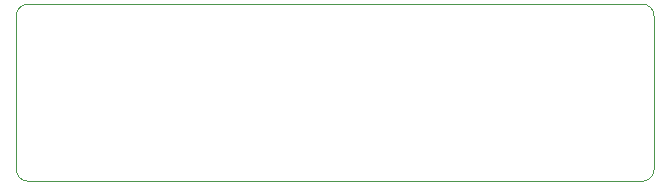
<source format=gbr>
%TF.GenerationSoftware,KiCad,Pcbnew,9.0.3*%
%TF.CreationDate,2025-08-28T21:01:50-07:00*%
%TF.ProjectId,xyp-gpib,7879702d-6770-4696-922e-6b696361645f,rev?*%
%TF.SameCoordinates,Original*%
%TF.FileFunction,Profile,NP*%
%FSLAX46Y46*%
G04 Gerber Fmt 4.6, Leading zero omitted, Abs format (unit mm)*
G04 Created by KiCad (PCBNEW 9.0.3) date 2025-08-28 21:01:50*
%MOMM*%
%LPD*%
G01*
G04 APERTURE LIST*
%TA.AperFunction,Profile*%
%ADD10C,0.050000*%
%TD*%
G04 APERTURE END LIST*
D10*
X234000000Y-76000000D02*
X234000000Y-89000000D01*
X180000000Y-89000000D02*
X180000000Y-87750000D01*
X180000000Y-76000000D02*
X180000000Y-77000000D01*
X180000000Y-87750000D02*
X180000000Y-77000000D01*
X181000000Y-75000000D02*
X233000000Y-75000000D01*
X233000000Y-90000000D02*
X181000000Y-90000000D01*
X234000000Y-89000000D02*
G75*
G02*
X233000000Y-90000000I-1000000J0D01*
G01*
X181000000Y-90000000D02*
G75*
G02*
X180000000Y-89000000I0J1000000D01*
G01*
X233000000Y-75000000D02*
G75*
G02*
X234000000Y-76000000I0J-1000000D01*
G01*
X180000000Y-76000000D02*
G75*
G02*
X181000000Y-75000000I1000000J0D01*
G01*
M02*

</source>
